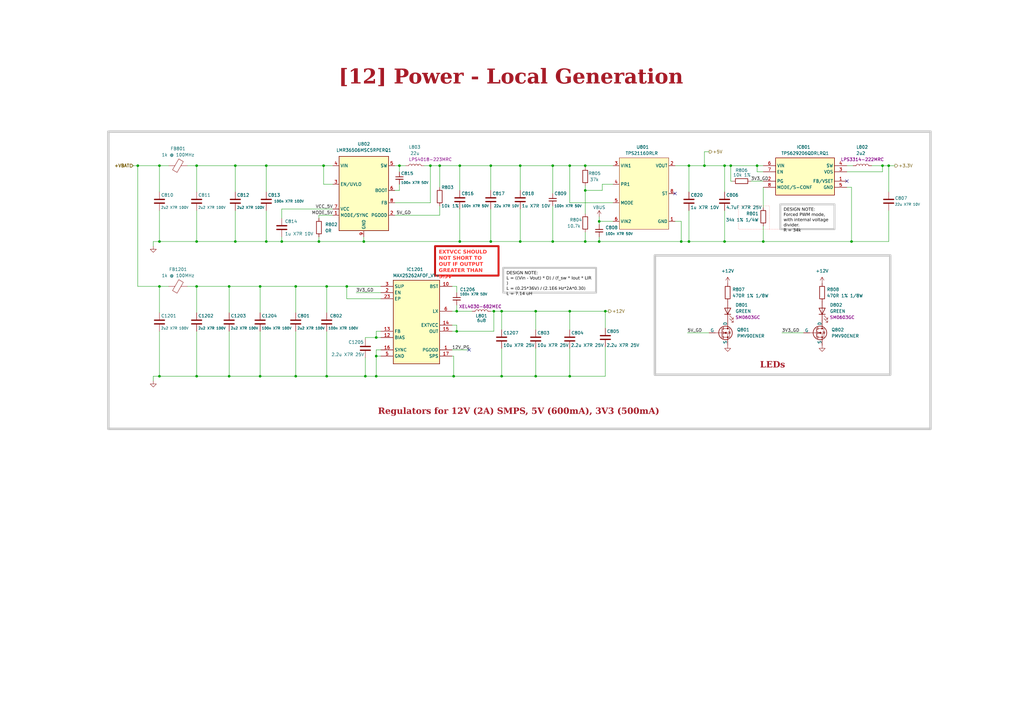
<source format=kicad_sch>
(kicad_sch (version 20231120) (generator "eeschema") (generator_version "8.0")
  (paper "A3")
  (lib_symbols
    (symbol "0_switching_regulator:LMR36506MSC5RPERQ1"
      (property "Reference" "U?" (at -10.16 35.56 0))
      (property "Value" "LMR36506MSC5RPERQ1" (at -10.16 33.02 0))
      (symbol "LMR36506MSC5RPERQ1_1_1"
        (pin input line (at -12.7 6.35 0) (length 2.54) (name "MODE/SYNC") (number "1"))
        (pin open_collector line (at 12.7 6.35 180) (length 2.54) (name "PGOOD") (number "2"))
        (pin input line (at -12.7 19.05 0) (length 2.54) (name "EN/UVLO") (number "3"))
        (pin power_in line (at -12.7 26.67 0) (length 2.54) (name "VIN") (number "4"))
        (pin power_out line (at 12.7 26.67 180) (length 2.54) (name "SW") (number "5"))
        (pin passive line (at 12.7 16.51 180) (length 2.54) (name "BOOT") (number "6"))
        (pin passive line (at -12.7 8.89 0) (length 2.54) (name "VCC") (number "7"))
        (pin input line (at 12.7 11.43 180) (length 2.54) (name "FB") (number "8"))
        (pin power_in line (at 0 -2.54 90) (length 2.54) (name "GND") (number "9"))
      )
    )
    (symbol "Device:C" (pin_numbers hide) (pin_names (offset 0.254))
      (property "Reference" "C" (at 0.635 2.54 0))
      (property "Value" "C" (at 0.635 -2.54 0))
      (symbol "C_1_1"
        (pin passive line (at 0 3.81 270) (length 2.794) (name "~") (number "1"))
        (pin passive line (at 0 -3.81 90) (length 2.794) (name "~") (number "2"))
      )
    )
    (symbol "Device:C_Small" (pin_numbers hide) (pin_names (offset 0.254) hide)
      (property "Reference" "C" (at 0.254 1.778 0))
      (property "Value" "C_Small" (at 0.254 -2.032 0))
      (symbol "C_Small_1_1"
        (pin passive line (at 0 2.54 270) (length 2.032) (name "~") (number "1"))
        (pin passive line (at 0 -2.54 90) (length 2.032) (name "~") (number "2"))
      )
    )
    (symbol "Device:FerriteBead" (pin_numbers hide) (pin_names (offset 0))
      (property "Reference" "FB" (at -3.81 0.635 90))
      (property "Value" "FerriteBead" (at 3.81 0 90))
      (symbol "FerriteBead_1_1"
        (pin passive line (at 0 3.81 270) (length 2.54) (name "~") (number "1"))
        (pin passive line (at 0 -3.81 90) (length 2.54) (name "~") (number "2"))
      )
    )
    (symbol "Device:L" (pin_numbers hide) (pin_names (offset 1.016) hide)
      (property "Reference" "L" (at -1.27 0 90))
      (property "Value" "L" (at 1.905 0 90))
      (symbol "L_1_1"
        (pin passive line (at 0 3.81 270) (length 1.27) (name "1") (number "1"))
        (pin passive line (at 0 -3.81 90) (length 1.27) (name "2") (number "2"))
      )
    )
    (symbol "Device:LED" (pin_numbers hide) (pin_names (offset 1.016) hide)
      (property "Reference" "D" (at 0 2.54 0))
      (property "Value" "LED" (at 0 -2.54 0))
      (symbol "LED_1_1"
        (pin passive line (at -3.81 0 0) (length 2.54) (name "K") (number "1"))
        (pin passive line (at 3.81 0 180) (length 2.54) (name "A") (number "2"))
      )
    )
    (symbol "Device:R" (pin_numbers hide) (pin_names (offset 0))
      (property "Reference" "R" (at 2.032 0 90))
      (property "Value" "R" (at 0 0 90))
      (symbol "R_1_1"
        (pin passive line (at 0 3.81 270) (length 1.27) (name "~") (number "1"))
        (pin passive line (at 0 -3.81 90) (length 1.27) (name "~") (number "2"))
      )
    )
    (symbol "MAX25262AFOF_VY+:MAX25262AFOF_VY+"
      (property "Reference" "IC1201" (at 22.86 -38.1 0))
      (property "Value" "MAX25262AFOF_VY+" (at 30.48 -75.565 0))
      (symbol "MAX25262AFOF_VY+_1_1"
        (pin passive line (at 45.085 -67.945 180) (length 5.08) (name "PGOOD") (number "1"))
        (pin passive line (at 45.085 -41.91 180) (length 5.08) (name "BST") (number "10"))
        (pin passive line (at 15.875 -70.485 0) (length 5.08) hide (name "GND") (number "11"))
        (pin passive line (at 15.875 -62.865 0) (length 5.08) (name "BIAS") (number "12"))
        (pin passive line (at 15.875 -60.325 0) (length 5.08) (name "FB") (number "13"))
        (pin passive line (at 45.085 -57.785 180) (length 5.08) (name "EXTVCC") (number "14"))
        (pin passive line (at 45.085 -60.325 180) (length 5.08) (name "OUT") (number "15"))
        (pin passive line (at 15.875 -67.945 0) (length 5.08) (name "SYNC") (number "16"))
        (pin passive line (at 45.085 -70.485 180) (length 5.08) (name "SPS") (number "17"))
        (pin passive line (at 45.085 -70.485 180) (length 5.08) hide (name "SPS_2") (number "18"))
        (pin passive line (at 15.875 -70.485 0) (length 5.08) hide (name "PGND_3") (number "19"))
        (pin passive line (at 15.875 -44.45 0) (length 5.08) (name "EN") (number "2"))
        (pin passive line (at 45.085 -52.07 180) (length 5.08) hide (name "LX_2") (number "20"))
        (pin passive line (at 15.875 -70.485 0) (length 5.08) hide (name "PGND_4") (number "21"))
        (pin passive line (at 15.875 -62.865 0) (length 5.08) hide (name "BIAS_2") (number "22"))
        (pin passive line (at 15.875 -46.99 0) (length 5.08) (name "EP") (number "23"))
        (pin passive line (at 15.875 -41.91 0) (length 5.08) (name "SUP") (number "3"))
        (pin no_connect line (at 28.575 -34.29 270) (length 5.08) hide (name "N/C") (number "4"))
        (pin passive line (at 15.875 -70.485 0) (length 5.08) (name "GND") (number "5"))
        (pin passive line (at 45.085 -52.07 180) (length 5.08) (name "LX") (number "6"))
        (pin passive line (at 15.875 -70.485 0) (length 5.08) hide (name "PGND_2") (number "7"))
        (pin no_connect line (at 28.575 -34.29 270) (length 5.08) hide (name "NC") (number "8"))
        (pin passive line (at 15.875 -41.91 0) (length 5.08) hide (name "SUP_2") (number "9"))
      )
    )
    (symbol "NMOS_1" (pin_numbers hide) (pin_names (offset 0))
      (property "Reference" "Q1501" (at 6.35 1.27 0))
      (property "Value" "PMV90ENER" (at 6.35 -1.27 0))
      (symbol "NMOS_1_1_1"
        (pin input line (at -5.08 0 0) (length 2.54) (name "G") (number "1"))
        (pin passive line (at 2.54 -5.08 90) (length 2.54) (name "S") (number "2"))
        (pin passive line (at 2.54 5.08 270) (length 2.54) (name "D") (number "3"))
      )
    )
    (symbol "TPS2116DRLR_1"
      (property "Reference" "U" (at 0 -2.54 0))
      (property "Value" "TPS2116DRLR_1" (at 0 0 0))
      (symbol "TPS2116DRLR_1_1_1"
        (pin power_in line (at 13.335 -11.43 180) (length 2.54) (name "GND") (number "1"))
        (pin passive line (at 13.335 11.43 180) (length 2.54) (name "VOUT") (number "2"))
        (pin power_in line (at -12.065 11.43 0) (length 2.54) (name "VIN1") (number "3"))
        (pin input line (at -12.065 3.81 0) (length 2.54) (name "PR1") (number "4"))
        (pin input line (at -12.065 -3.81 0) (length 2.54) (name "MODE") (number "5"))
        (pin power_in line (at -12.065 -11.43 0) (length 2.54) (name "VIN2") (number "6"))
        (pin passive line (at 13.335 11.43 180) (length 2.54) hide (name "VOUT") (number "7"))
        (pin open_collector line (at 13.335 0 180) (length 2.54) (name "ST") (number "8"))
      )
    )
    (symbol "TPS629206QDRLRQ1:TPS629206QDRLRQ1"
      (property "Reference" "IC2" (at 20.32 7.62 0))
      (property "Value" "TPS629206QDRLRQ1" (at 20.32 5.08 0))
      (symbol "TPS629206QDRLRQ1_1_1"
        (pin passive line (at 47.625 -30.48 180) (length 5.08) (name "FB/VSET") (number "1"))
        (pin passive line (at 13.335 -30.48 0) (length 5.08) (name "PG") (number "2"))
        (pin passive line (at 47.625 -26.67 180) (length 5.08) (name "VOS") (number "3"))
        (pin passive line (at 47.625 -24.13 180) (length 5.08) (name "SW") (number "4"))
        (pin passive line (at 47.625 -33.02 180) (length 5.08) (name "GND") (number "5"))
        (pin passive line (at 13.335 -24.13 0) (length 5.08) (name "VIN") (number "6"))
        (pin passive line (at 13.335 -26.67 0) (length 5.08) (name "EN") (number "7"))
        (pin passive line (at 13.335 -33.02 0) (length 5.08) (name "MODE/S-CONF") (number "8"))
      )
    )
    (symbol "power:+12V" (power) (pin_names (offset 0))
      (property "Value" "+12V" (at 0 3.556 0))
      (symbol "+12V_1_1"
        (pin power_in line (at 0 0 90) (length 0) hide (name "+12V") (number "1"))
      )
    )
    (symbol "power:GND" (power) (pin_names (offset 0))
      (property "Value" "GND" (at 0 -3.81 0))
      (symbol "GND_1_1"
        (pin power_in line (at 0 0 270) (length 0) hide (name "GND") (number "1"))
      )
    )
    (symbol "power:VBUS" (power) (pin_names (offset 0))
      (property "Value" "VBUS" (at 0 3.81 0))
      (symbol "VBUS_1_1"
        (pin power_in line (at 0 0 90) (length 0) hide (name "VBUS") (number "1"))
      )
    )
  )
  (junction (at 149.225 99.06))
  (junction (at 154.305 138.43))
  (junction (at 361.95 67.945))
  (junction (at 80.645 154.305))
  (junction (at 248.285 127.635))
  (junction (at 205.74 127.635))
  (junction (at 349.25 99.06))
  (junction (at 240.03 78.105))
  (junction (at 201.295 99.06))
  (junction (at 288.925 67.945))
  (junction (at 188.595 99.06))
  (junction (at 240.03 67.945))
  (junction (at 233.68 127.635))
  (junction (at 133.985 154.305))
  (junction (at 202.565 127.635))
  (junction (at 132.715 67.945))
  (junction (at 245.745 90.805))
  (junction (at 213.36 67.945))
  (junction (at 65.405 154.305))
  (junction (at 240.03 99.06))
  (junction (at 187.325 135.89))
  (junction (at 186.055 154.305))
  (junction (at 213.36 99.06))
  (junction (at 233.68 154.305))
  (junction (at 96.52 67.945))
  (junction (at 130.81 99.06))
  (junction (at 56.515 67.945))
  (junction (at 115.57 99.06))
  (junction (at 226.695 99.06))
  (junction (at 282.575 99.06))
  (junction (at 80.645 67.945))
  (junction (at 121.285 154.305))
  (junction (at 163.83 67.945))
  (junction (at 233.68 67.945))
  (junction (at 187.325 127.635))
  (junction (at 176.53 67.945))
  (junction (at 106.68 154.305))
  (junction (at 80.645 117.475))
  (junction (at 149.86 154.305))
  (junction (at 297.18 99.06))
  (junction (at 364.49 67.945))
  (junction (at 188.595 67.945))
  (junction (at 219.71 127.635))
  (junction (at 106.68 117.475))
  (junction (at 80.645 99.06))
  (junction (at 226.695 67.945))
  (junction (at 65.405 67.945))
  (junction (at 313.055 99.06))
  (junction (at 205.74 154.305))
  (junction (at 154.305 146.05))
  (junction (at 121.285 117.475))
  (junction (at 93.98 154.305))
  (junction (at 154.305 154.305))
  (junction (at 299.72 67.945))
  (junction (at 93.98 117.475))
  (junction (at 245.745 99.06))
  (junction (at 96.52 99.06))
  (junction (at 65.405 99.06))
  (junction (at 109.22 99.06))
  (junction (at 201.295 67.945))
  (junction (at 180.34 67.945))
  (junction (at 297.18 67.945))
  (junction (at 142.24 117.475))
  (junction (at 219.71 154.305))
  (junction (at 282.575 67.945))
  (junction (at 133.985 117.475))
  (junction (at 310.515 67.945))
  (junction (at 279.4 99.06))
  (junction (at 109.22 67.945))
  (junction (at 65.405 117.475))
  (no_connect (at 192.405 143.51))
  (no_connect (at 347.345 74.295))
  (no_connect (at 276.86 79.375))
  (wire (pts (xy 121.285 117.475) (xy 133.985 117.475)))
  (wire (pts (xy 240.03 67.945) (xy 240.03 68.58)))
  (wire (pts (xy 65.405 117.475) (xy 69.215 117.475)))
  (wire (pts (xy 245.745 88.9) (xy 245.745 90.805)))
  (wire (pts (xy 185.42 133.35) (xy 187.325 133.35)))
  (wire (pts (xy 80.645 78.74) (xy 80.645 67.945)))
  (wire (pts (xy 247.015 78.105) (xy 247.015 75.565)))
  (wire (pts (xy 240.03 99.06) (xy 245.745 99.06)))
  (wire (pts (xy 130.81 99.06) (xy 149.225 99.06)))
  (wire (pts (xy 205.74 154.305) (xy 219.71 154.305)))
  (wire (pts (xy 282.575 78.74) (xy 282.575 67.945)))
  (wire (pts (xy 219.71 127.635) (xy 219.71 135.255)))
  (wire (pts (xy 65.405 135.89) (xy 65.405 154.305)))
  (wire (pts (xy 109.22 67.945) (xy 132.715 67.945)))
  (wire (pts (xy 226.695 84.455) (xy 226.695 99.06)))
  (wire (pts (xy 132.715 67.945) (xy 136.525 67.945)))
  (wire (pts (xy 154.305 146.05) (xy 154.305 154.305)))
  (wire (pts (xy 213.36 99.06) (xy 226.695 99.06)))
  (wire (pts (xy 205.74 127.635) (xy 219.71 127.635)))
  (wire (pts (xy 251.46 90.805) (xy 245.745 90.805)))
  (wire (pts (xy 188.595 85.725) (xy 188.595 99.06)))
  (wire (pts (xy 106.68 154.305) (xy 121.285 154.305)))
  (wire (pts (xy 282.575 99.06) (xy 297.18 99.06)))
  (wire (pts (xy 205.74 142.875) (xy 205.74 154.305)))
  (wire (pts (xy 133.985 117.475) (xy 142.24 117.475)))
  (wire (pts (xy 54.61 67.945) (xy 56.515 67.945)))
  (wire (pts (xy 180.34 67.945) (xy 188.595 67.945)))
  (wire (pts (xy 201.295 127.635) (xy 202.565 127.635)))
  (wire (pts (xy 146.05 120.015) (xy 156.21 120.015)))
  (wire (pts (xy 187.325 125.095) (xy 187.325 127.635)))
  (wire (pts (xy 279.4 90.805) (xy 279.4 99.06)))
  (wire (pts (xy 188.595 67.945) (xy 201.295 67.945)))
  (wire (pts (xy 93.98 135.89) (xy 93.98 154.305)))
  (wire (pts (xy 188.595 99.06) (xy 201.295 99.06)))
  (wire (pts (xy 288.925 62.23) (xy 288.925 67.945)))
  (wire (pts (xy 106.68 135.89) (xy 106.68 154.305)))
  (polyline (pts (xy 315.595 93.98) (xy 320.04 93.98)) (stroke (width 0) (type dot) (color 255 0 0 1)))
  (wire (pts (xy 249.555 127.635) (xy 248.285 127.635)))
  (wire (pts (xy 187.325 135.89) (xy 202.565 135.89)))
  (wire (pts (xy 96.52 67.945) (xy 96.52 78.74)))
  (wire (pts (xy 161.925 88.265) (xy 180.34 88.265)))
  (wire (pts (xy 80.645 67.945) (xy 76.835 67.945)))
  (wire (pts (xy 299.72 67.945) (xy 310.515 67.945)))
  (wire (pts (xy 121.285 135.89) (xy 121.285 154.305)))
  (wire (pts (xy 201.295 85.725) (xy 201.295 99.06)))
  (wire (pts (xy 62.865 99.06) (xy 62.865 100.965)))
  (wire (pts (xy 299.72 67.945) (xy 299.72 74.295)))
  (wire (pts (xy 65.405 154.305) (xy 80.645 154.305)))
  (wire (pts (xy 109.22 67.945) (xy 109.22 78.74)))
  (wire (pts (xy 361.95 70.485) (xy 361.95 67.945)))
  (wire (pts (xy 226.695 67.945) (xy 233.68 67.945)))
  (wire (pts (xy 149.86 146.685) (xy 149.86 154.305)))
  (wire (pts (xy 185.42 146.05) (xy 186.055 146.05)))
  (wire (pts (xy 154.305 143.51) (xy 154.305 146.05)))
  (wire (pts (xy 80.645 67.945) (xy 96.52 67.945)))
  (wire (pts (xy 80.645 154.305) (xy 93.98 154.305)))
  (wire (pts (xy 130.81 97.155) (xy 130.81 99.06)))
  (wire (pts (xy 364.49 67.945) (xy 364.49 78.74)))
  (wire (pts (xy 62.865 154.305) (xy 65.405 154.305)))
  (wire (pts (xy 65.405 67.945) (xy 69.215 67.945)))
  (wire (pts (xy 62.865 154.305) (xy 62.865 156.21)))
  (wire (pts (xy 96.52 99.06) (xy 109.22 99.06)))
  (wire (pts (xy 297.18 99.06) (xy 313.055 99.06)))
  (wire (pts (xy 93.98 128.27) (xy 93.98 117.475)))
  (wire (pts (xy 149.86 139.065) (xy 149.86 138.43)))
  (wire (pts (xy 233.68 83.185) (xy 251.46 83.185)))
  (wire (pts (xy 310.515 67.945) (xy 313.055 67.945)))
  (wire (pts (xy 80.645 117.475) (xy 76.835 117.475)))
  (wire (pts (xy 154.305 135.89) (xy 154.305 138.43)))
  (wire (pts (xy 96.52 99.06) (xy 80.645 99.06)))
  (wire (pts (xy 279.4 99.06) (xy 282.575 99.06)))
  (wire (pts (xy 186.055 154.305) (xy 205.74 154.305)))
  (wire (pts (xy 185.42 143.51) (xy 192.405 143.51)))
  (wire (pts (xy 56.515 67.945) (xy 65.405 67.945)))
  (wire (pts (xy 115.57 99.06) (xy 130.81 99.06)))
  (wire (pts (xy 201.295 78.105) (xy 201.295 67.945)))
  (wire (pts (xy 205.74 127.635) (xy 205.74 135.255)))
  (wire (pts (xy 219.71 154.305) (xy 233.68 154.305)))
  (wire (pts (xy 115.57 85.725) (xy 136.525 85.725)))
  (wire (pts (xy 115.57 89.535) (xy 115.57 85.725)))
  (wire (pts (xy 364.49 86.36) (xy 364.49 99.06)))
  (wire (pts (xy 201.295 67.945) (xy 213.36 67.945)))
  (wire (pts (xy 313.055 70.485) (xy 310.515 70.485)))
  (wire (pts (xy 106.68 128.27) (xy 106.68 117.475)))
  (wire (pts (xy 149.86 154.305) (xy 154.305 154.305)))
  (wire (pts (xy 56.515 117.475) (xy 65.405 117.475)))
  (wire (pts (xy 187.325 117.475) (xy 187.325 120.015)))
  (wire (pts (xy 186.055 146.05) (xy 186.055 154.305)))
  (wire (pts (xy 233.68 127.635) (xy 233.68 135.255)))
  (wire (pts (xy 80.645 117.475) (xy 93.98 117.475)))
  (wire (pts (xy 240.03 67.945) (xy 251.46 67.945)))
  (wire (pts (xy 65.405 78.74) (xy 65.405 67.945)))
  (wire (pts (xy 156.21 138.43) (xy 154.305 138.43)))
  (wire (pts (xy 233.68 142.875) (xy 233.68 154.305)))
  (wire (pts (xy 349.25 99.06) (xy 364.49 99.06)))
  (wire (pts (xy 149.225 99.06) (xy 188.595 99.06)))
  (wire (pts (xy 248.285 142.24) (xy 248.285 154.305)))
  (wire (pts (xy 161.925 67.945) (xy 163.83 67.945)))
  (wire (pts (xy 347.345 67.945) (xy 349.885 67.945)))
  (wire (pts (xy 281.94 136.525) (xy 290.83 136.525)))
  (wire (pts (xy 247.015 75.565) (xy 251.46 75.565)))
  (wire (pts (xy 245.745 90.805) (xy 245.745 92.075)))
  (wire (pts (xy 276.86 90.805) (xy 279.4 90.805)))
  (wire (pts (xy 361.95 67.945) (xy 364.49 67.945)))
  (wire (pts (xy 109.22 86.36) (xy 109.22 99.06)))
  (wire (pts (xy 233.68 154.305) (xy 248.285 154.305)))
  (wire (pts (xy 56.515 67.945) (xy 56.515 117.475)))
  (wire (pts (xy 186.055 154.305) (xy 154.305 154.305)))
  (wire (pts (xy 121.285 154.305) (xy 133.985 154.305)))
  (wire (pts (xy 62.865 99.06) (xy 65.405 99.06)))
  (wire (pts (xy 282.575 86.36) (xy 282.575 99.06)))
  (wire (pts (xy 163.83 67.945) (xy 166.37 67.945)))
  (wire (pts (xy 233.68 83.185) (xy 233.68 67.945)))
  (wire (pts (xy 233.68 67.945) (xy 240.03 67.945)))
  (wire (pts (xy 176.53 67.945) (xy 180.34 67.945)))
  (wire (pts (xy 176.53 67.945) (xy 173.99 67.945)))
  (wire (pts (xy 320.675 136.525) (xy 329.565 136.525)))
  (wire (pts (xy 201.295 99.06) (xy 213.36 99.06)))
  (wire (pts (xy 65.405 86.36) (xy 65.405 99.06)))
  (wire (pts (xy 245.745 97.155) (xy 245.745 99.06)))
  (wire (pts (xy 136.525 88.265) (xy 130.81 88.265)))
  (wire (pts (xy 347.345 70.485) (xy 361.95 70.485)))
  (wire (pts (xy 163.83 75.565) (xy 163.83 78.105)))
  (wire (pts (xy 80.645 135.89) (xy 80.645 154.305)))
  (wire (pts (xy 132.715 75.565) (xy 132.715 67.945)))
  (wire (pts (xy 133.985 154.305) (xy 149.86 154.305)))
  (wire (pts (xy 93.98 154.305) (xy 106.68 154.305)))
  (wire (pts (xy 142.24 117.475) (xy 156.21 117.475)))
  (wire (pts (xy 142.24 122.555) (xy 142.24 117.475)))
  (wire (pts (xy 130.81 88.265) (xy 130.81 89.535)))
  (wire (pts (xy 240.03 95.25) (xy 240.03 99.06)))
  (wire (pts (xy 213.36 67.945) (xy 213.36 78.105)))
  (wire (pts (xy 121.285 117.475) (xy 121.285 128.27)))
  (wire (pts (xy 136.525 75.565) (xy 132.715 75.565)))
  (wire (pts (xy 248.285 127.635) (xy 248.285 134.62)))
  (wire (pts (xy 213.36 85.725) (xy 213.36 99.06)))
  (wire (pts (xy 297.18 86.36) (xy 297.18 99.06)))
  (wire (pts (xy 180.34 76.835) (xy 180.34 67.945)))
  (wire (pts (xy 240.03 76.2) (xy 240.03 78.105)))
  (wire (pts (xy 240.03 78.105) (xy 247.015 78.105)))
  (wire (pts (xy 245.745 99.06) (xy 279.4 99.06)))
  (wire (pts (xy 297.18 67.945) (xy 297.18 78.74)))
  (wire (pts (xy 219.71 127.635) (xy 233.68 127.635)))
  (wire (pts (xy 297.18 67.945) (xy 299.72 67.945)))
  (wire (pts (xy 219.71 142.875) (xy 219.71 154.305)))
  (wire (pts (xy 115.57 97.155) (xy 115.57 99.06)))
  (wire (pts (xy 133.985 117.475) (xy 133.985 128.27)))
  (wire (pts (xy 80.645 128.27) (xy 80.645 117.475)))
  (wire (pts (xy 156.21 143.51) (xy 154.305 143.51)))
  (wire (pts (xy 213.36 67.945) (xy 226.695 67.945)))
  (wire (pts (xy 364.49 67.945) (xy 367.03 67.945)))
  (wire (pts (xy 142.24 122.555) (xy 156.21 122.555)))
  (wire (pts (xy 80.645 86.36) (xy 80.645 99.06)))
  (wire (pts (xy 307.975 74.295) (xy 313.055 74.295)))
  (wire (pts (xy 299.72 74.295) (xy 300.355 74.295)))
  (wire (pts (xy 65.405 99.06) (xy 80.645 99.06)))
  (wire (pts (xy 288.925 67.945) (xy 297.18 67.945)))
  (wire (pts (xy 65.405 128.27) (xy 65.405 117.475)))
  (wire (pts (xy 96.52 67.945) (xy 109.22 67.945)))
  (wire (pts (xy 109.22 99.06) (xy 115.57 99.06)))
  (wire (pts (xy 185.42 117.475) (xy 187.325 117.475)))
  (wire (pts (xy 313.055 99.06) (xy 349.25 99.06)))
  (wire (pts (xy 161.925 78.105) (xy 163.83 78.105)))
  (wire (pts (xy 93.98 117.475) (xy 106.68 117.475)))
  (wire (pts (xy 187.325 133.35) (xy 187.325 135.89)))
  (wire (pts (xy 226.695 67.945) (xy 226.695 79.375)))
  (wire (pts (xy 202.565 127.635) (xy 205.74 127.635)))
  (wire (pts (xy 161.925 83.185) (xy 176.53 83.185)))
  (wire (pts (xy 313.055 92.71) (xy 313.055 99.06)))
  (wire (pts (xy 96.52 86.36) (xy 96.52 99.06)))
  (wire (pts (xy 226.695 99.06) (xy 240.03 99.06)))
  (wire (pts (xy 357.505 67.945) (xy 361.95 67.945)))
  (wire (pts (xy 282.575 67.945) (xy 288.925 67.945)))
  (wire (pts (xy 180.34 88.265) (xy 180.34 84.455)))
  (wire (pts (xy 233.68 127.635) (xy 248.285 127.635)))
  (wire (pts (xy 106.68 117.475) (xy 121.285 117.475)))
  (wire (pts (xy 154.305 146.05) (xy 156.21 146.05)))
  (wire (pts (xy 276.86 67.945) (xy 282.575 67.945)))
  (wire (pts (xy 133.985 135.89) (xy 133.985 154.305)))
  (wire (pts (xy 290.83 62.23) (xy 288.925 62.23)))
  (wire (pts (xy 156.21 135.89) (xy 154.305 135.89)))
  (wire (pts (xy 185.42 135.89) (xy 187.325 135.89)))
  (wire (pts (xy 187.325 127.635) (xy 193.675 127.635)))
  (wire (pts (xy 154.305 138.43) (xy 149.86 138.43)))
  (wire (pts (xy 202.565 127.635) (xy 202.565 135.89)))
  (wire (pts (xy 176.53 83.185) (xy 176.53 67.945)))
  (wire (pts (xy 187.325 127.635) (xy 185.42 127.635)))
  (wire (pts (xy 163.83 67.945) (xy 163.83 70.485)))
  (wire (pts (xy 149.225 97.155) (xy 149.225 99.06)))
  (wire (pts (xy 313.055 76.835) (xy 313.055 85.09)))
  (wire (pts (xy 310.515 67.945) (xy 310.515 70.485)))
  (wire (pts (xy 347.345 76.835) (xy 349.25 76.835)))
  (wire (pts (xy 188.595 78.105) (xy 188.595 67.945)))
  (wire (pts (xy 349.25 76.835) (xy 349.25 99.06)))
  (wire (pts (xy 240.03 78.105) (xy 240.03 87.63)))
  (rectangle (start 302.895 84.455) (end 315.595 93.98) (stroke (width 0) (type dot) (color 255 0 0 1)))
  (rectangle (start 268.605 104.775) (end 365.125 153.67) (stroke (width 1) (color 200 200 200 1)))
  (rectangle (start 44.45 53.975) (end 381.635 175.895) (stroke (width 1) (color 200 200 200 1)))
  (text_box "LEDs" (at 269.875 143.51 0) (size 93.98 9.525) (stroke (width -0.0001)) (effects (font (size 2.54 2.54) (thickness 0.508) (bold yes)) (justify bottom)))
  (text_box "Regulators for 12V (2A) SMPS, 5V (600mA), 3V3 (500mA)" (at 44.45 162.56 0) (size 336.55 9.525) (stroke (width -0.0001)) (effects (font (size 2.54 2.54) (thickness 0.508) (bold yes)) (justify bottom)))
  (text_box "EXTVCC SHOULD NOT SHORT TO OUT IF OUTPUT GREATER THAN 5.5V" (at 178.435 100.965 0) (size 26.035 12.065) (stroke (width 0.8) (color 200 17 14 1)) (effects (font (size 1.5 1.5) (thickness 0.3) (bold yes)) (justify left top)))
  (text_box "DESIGN NOTE:\nL = ((Vin - Vout) * D) / (f_sw * Iout * LIR )\nL = (0.25*36V) / (2.1E6 Hz*2A*0.30)\nL = 7.14 uH" (at 206.375 109.855 0) (size 38.1 10.16) (stroke (width 0.8) (color 200 200 200 1)) (effects (font (size 1.27 1.27)) (justify left top)))
  (text_box "DESIGN NOTE:\nForced PWM mode, with internal voltage divider. \nR = 34k" (at 320.04 83.82 0) (size 22.225 10.16) (stroke (width 0.8) (color 200 200 200 1)) (effects (font (size 1.27 1.27)) (justify left top)))
  (text_box "[12] Power - Local Generation\n" (at 12.065 25.4 0) (size 394.97 12.7) (stroke (width -0.0001)) (effects (font (size 6 6) (thickness 1.2) (bold yes))))
  (label "12V_PG" (at 185.42 143.51 0))
  (label "5V_GD" (at 162.56 88.265 0))
  (label "5V_GD" (at 281.94 136.525 0))
  (label "3V3_GD" (at 307.975 74.295 0))
  (label "MODE_5V" (at 136.525 88.265 180))
  (label "VCC_5V" (at 136.525 85.725 180))
  (label "3V3_GD" (at 146.05 120.015 0))
  (label "3V3_GD" (at 320.675 136.525 0))
  (hierarchical_label "+3.3V" (shape output) (at 367.03 67.945 0))
  (hierarchical_label "+12V" (shape output) (at 249.555 127.635 0))
  (hierarchical_label "+5V" (shape output) (at 290.83 62.23 0))
  (hierarchical_label "+VBAT" (shape input) (at 54.61 67.945 180) (effects (font (bold yes))))
  (symbol (lib_id "Device:C") (at 65.405 82.55 0) (unit 1)
    (property "Reference" "C810" (at 66.04 80.01 0) (effects (justify left)))
    (property "Value" "2u2 X7R 100V" (at 66.04 85.09 0) (effects (font (size 1.016 1.016)) (justify left)))
    (property "Footprint" "0_capacitor_smd:C_0805_2012_DensityHigh" (effects (hide yes)))
    (property "Datasheet" "https://product.tdk.com/system/files/dam/doc/product/capacitor/ceramic/mlcc/catalog/mlcc_automotive_midvoltage_en.pdf" (effects (hide yes)))
    (property "Description" "Multilayer Ceramic Capacitors MLCC - SMD/SMT 0805 100VDC 2.2uF 10% 1.25mm AEC-Q200" (effects (hide yes)))
    (property "Manufacturer" "TDK Corporation" (effects (hide yes)))
    (property "Manufacturer Part Number" "CGA4J1X7R2A225K125AC" (effects (hide yes)))
    (property "Supplier 1" "Mouser" (effects (hide yes)))
    (property "Supplier Part Number 1" "810-CGA4J7R2A225K125" (effects (hide yes)))
  )
  (symbol (lib_id "MAX25262AFOF_VY+:MAX25262AFOF_VY+") (at 140.335 75.565 0) (unit 1)
    (property "Reference" "IC1201" (at 170.18 110.49 0))
    (property "Value" "MAX25262AFOF_VY+" (at 170.815 113.03 0))
    (property "Footprint" "0_switching_regulator:MAX25262AFOFVY" (effects (hide yes)))
    (property "Datasheet" "https://www.analog.com/MAX25262/datasheet" (effects (hide yes)))
    (property "Height" "0.8" (effects (hide yes)))
    (property "Mouser Part Number" "700-MAX25262AFOF/VY+" (effects (hide yes)))
    (property "Mouser Price/Stock" "https://www.mouser.co.uk/ProductDetail/Maxim-Integrated/MAX25262AFOF-VY%2b?qs=Znm5pLBrcAKuUEKeEaESFA%3D%3D" (effects (hide yes)))
    (property "Manufacturer_Name" "Analog Devices" (effects (hide yes)))
    (property "Manufacturer_Part_Number" "MAX25262AFOF/VY+" (effects (hide yes)))
  )
  (symbol (lib_id "Device:C") (at 115.57 93.345 0) (unit 1)
    (property "Reference" "C814" (at 116.84 90.805 0) (effects (justify left)))
    (property "Value" "1u X7R 10V" (at 116.84 95.885 0) (effects (justify left)))
    (property "Footprint" "0_capacitor_smd:C_0402_1005_DensityHigh" (effects (hide yes)))
    (property "Datasheet" "https://search.murata.co.jp/Ceramy/image/img/A01X/G101/ENG/GRM155Z71A105KE01-01A.pdf" (effects (hide yes)))
    (property "Description" "1 µF ±10% 10V Ceramic Capacitor X7R 0402 (1005 Metric)" (effects (hide yes)))
    (property "Manufacturer" "Murata Electronics" (effects (hide yes)))
    (property "Manufacturer Part Number" "GRM155Z71A105KE01J" (effects (hide yes)))
    (property "Supplier 1" "Digikey" (effects (hide yes)))
    (property "Supplier Part Number 1" "490-GRM155Z71A105KE01JCT-ND" (effects (hide yes)))
  )
  (symbol (lib_id "Device:L") (at 197.485 127.635 90) (unit 1)
    (property "Reference" "L801" (at 197.485 129.54 90))
    (property "Value" "6u8" (at 197.485 131.445 90))
    (property "Footprint" "0_inductor_smd:XEL4030682MEC" (effects (hide yes)))
    (property "Datasheet" "XEL4030-682MEC " (at 197.485 125.73 90))
  )
  (symbol (lib_id "Device:C") (at 188.595 81.915 0) (unit 1)
    (property "Reference" "C816" (at 189.23 79.375 0) (effects (justify left)))
    (property "Value" "100n X7R 50V" (at 189.23 84.455 0) (effects (font (size 1.016 1.016)) (justify left)))
    (property "Footprint" "0_capacitor_smd:C_0402_1005_DensityHigh" (effects (hide yes)))
    (property "Datasheet" "https://search.murata.co.jp/Ceramy/image/img/A01X/G101/ENG/GCM155R71H104KE02-01.pdf" (effects (hide yes)))
    (property "Description" "0.1 µF ±10% 50V Ceramic Capacitor X7R 0402 (1005 Metric)" (effects (hide yes)))
    (property "Manufacturer" "Murata Electronics" (effects (hide yes)))
    (property "Manufacturer Part Number" "GCM155R71H104KE02J" (effects (hide yes)))
    (property "Supplier 1" "Digikey" (effects (hide yes)))
    (property "Supplier Part Number 1" "490-14514-1-ND" (effects (hide yes)))
  )
  (symbol (lib_id "Device:C") (at 201.295 81.915 0) (unit 1)
    (property "Reference" "C817" (at 201.93 79.375 0) (effects (justify left)))
    (property "Value" "22u X7R 10V" (at 202.565 84.455 0) (effects (font (size 1.016 1.016)) (justify left)))
    (property "Footprint" "0_capacitor_smd:C_0805_2012_DensityHighest" (effects (hide yes)))
    (property "Datasheet" "https://search.murata.co.jp/Ceramy/image/img/A01X/G101/ENG/GRM21BZ71A226ME15-01.pdf" (effects (hide yes)))
    (property "Description" "22 µF ±20% 10V Ceramic Capacitor X7R 0805 (2012 Metric)" (effects (hide yes)))
    (property "Manufacturer" "Murata Electronics" (effects (hide yes)))
    (property "Manufacturer Part Number" "GRM21BZ71A226ME15L" (effects (hide yes)))
    (property "Supplier 1" "Digikey" (effects (hide yes)))
    (property "Supplier Part Number 1" "490-GRM21BZ71A226ME15LCT-ND" (effects (hide yes)))
  )
  (symbol (lib_id "Device:C_Small") (at 226.695 81.915 0) (unit 1)
    (property "Reference" "C809" (at 227.33 79.375 0) (effects (justify left)))
    (property "Value" "100n X7R 50V" (at 227.33 84.455 0) (effects (font (size 1.016 1.016)) (justify left)))
    (property "Footprint" "0_capacitor_smd:C_0402_1005_DensityHigh" (effects (hide yes)))
    (property "Datasheet" "https://search.murata.co.jp/Ceramy/image/img/A01X/G101/ENG/GCM155R71H104KE02-01.pdf" (effects (hide yes)))
    (property "Description" "0.1 µF ±10% 50V Ceramic Capacitor X7R 0402 (1005 Metric)" (effects (hide yes)))
    (property "Manufacturer" "Murata Electronics" (effects (hide yes)))
    (property "Manufacturer Part Number" "GCM155R71H104KE02J" (effects (hide yes)))
    (property "Supplier 1" "Digikey" (effects (hide yes)))
    (property "Supplier Part Number 1" "490-14514-1-ND" (effects (hide yes)))
  )
  (symbol (lib_id "0_switching_regulator:LMR36506MSC5RPERQ1") (at 149.225 94.615 0) (unit 1)
    (property "Reference" "U802" (at 149.225 59.055 0))
    (property "Value" "LMR36506MSC5RPERQ1" (at 149.225 61.595 0))
    (property "Footprint" "0_switching_regulator:LMR36503" (effects (hide yes)))
    (property "Datasheet" "https://www.ti.com/lit/ds/symlink/lmr36506-q1.pdf" (effects (hide yes)))
    (property "Description" "LMR36506-Q1 3-V to 65-V, 0.6-A Synchronous Buck Converter Optimized for Size and Light Load Efficiency" (effects (hide yes)))
    (property "Manufacturer" "Texas Instruments" (effects (hide yes)))
    (property "Manufacturer Part Number" "LMR36503MSC5RPERQ1" (effects (hide yes)))
    (property "Supplier 1" "Digikey" (effects (hide yes)))
    (property "Supplier Part Number 1" "296-LMR36506MSC5RPERQ1CT-ND" (effects (hide yes)))
  )
  (symbol (lib_id "Device:C") (at 297.18 82.55 180) (unit 1)
    (property "Reference" "C806" (at 297.815 80.01 0) (effects (justify right)))
    (property "Value" "4.7uF X7R 25V" (at 297.815 85.09 0) (effects (justify right)))
    (property "Footprint" "0_capacitor_smd:C_1210_3225_DensityHigh" (effects (hide yes)))
  )
  (symbol (lib_id "Device:C") (at 149.86 142.875 0) (unit 1)
    (property "Reference" "C1205" (at 142.875 140.335 0) (effects (justify left)))
    (property "Value" "2.2u X7R 25V" (at 135.89 145.415 0) (effects (justify left)))
    (property "Footprint" "0_capacitor_smd:C_0805_2012_DensityHigh" (effects (hide yes)))
  )
  (symbol (lib_id "Device:L") (at 170.18 67.945 90) (unit 1)
    (property "Reference" "L803" (at 167.64 60.325 90) (effects (justify right)))
    (property "Value" "22u" (at 168.275 62.865 90) (effects (justify right)))
    (property "Footprint" "0_inductor_smd:L_Coilcraft_LPS4018" (effects (hide yes)))
    (property "Datasheet" "https://www.coilcraft.com/getmedia/31b05c96-4c4c-4498-8dbb-fe092de76bad/lps4018.pdf" (effects (hide yes)))
    (property "Description" "Power Inductors - SMD 22uH Shld 20% 830mA 360 mOhms" (effects (hide yes)))
    (property "Manufacturer Part Number" "LPS4018-223MRC" (at 167.64 65.405 90) (effects (justify right)))
    (property "Supplier 1" "Mouser" (effects (hide yes)))
    (property "Supplier Part Number 1" "994-LPS4018-223MRC" (effects (hide yes)))
    (property "Manufacturer" "Coilcraft" (effects (hide yes)))
  )
  (symbol (lib_id "Device:C") (at 233.68 139.065 180) (unit 1)
    (property "Reference" "C804" (at 239.395 136.525 0) (effects (justify left)))
    (property "Value" "2.2u X7R 25V" (at 247.65 141.605 0) (effects (justify left)))
    (property "Footprint" "0_capacitor_smd:C_0805_2012_DensityHigh" (effects (hide yes)))
  )
  (symbol (lib_id "Device:R") (at 180.34 80.645 180) (unit 1)
    (property "Reference" "R803" (at 180.975 76.835 0) (effects (justify right)))
    (property "Value" "10k 1%" (at 180.975 84.455 0) (effects (justify right)))
    (property "Footprint" "0_resistor_smd:R_0402_1005_DensityHigh" (effects (hide yes)))
    (property "Datasheet" "https://www.yageo.com/upload/media/product/app/datasheet/rchip/pyu-rt_1-to-0.01_rohs_l.pdf" (effects (hide yes)))
    (property "Description" "10 kOhms ±1% 0.063W, 1/16W Chip Resistor 0402 (1005 Metric) Thin Film" (effects (hide yes)))
    (property "Manufacturer" "YAGEO" (effects (hide yes)))
    (property "Manufacturer Part Number" "RT0402FRE0710KL" (effects (hide yes)))
    (property "Supplier 1" "Digikey" (effects (hide yes)))
    (property "Supplier Part Number 1" "YAG1233CT-ND" (effects (hide yes)))
  )
  (symbol (lib_id "Device:C") (at 65.405 132.08 0) (unit 1)
    (property "Reference" "C1201" (at 66.04 129.54 0) (effects (justify left)))
    (property "Value" "2u2 X7R 100V" (at 66.04 134.62 0) (effects (font (size 1.016 1.016)) (justify left)))
    (property "Footprint" "0_capacitor_smd:C_0805_2012_DensityHigh" (effects (hide yes)))
    (property "Datasheet" "https://product.tdk.com/system/files/dam/doc/product/capacitor/ceramic/mlcc/catalog/mlcc_automotive_midvoltage_en.pdf" (effects (hide yes)))
    (property "Description" "Multilayer Ceramic Capacitors MLCC - SMD/SMT 0805 100VDC 2.2uF 10% 1.25mm AEC-Q200" (effects (hide yes)))
    (property "Manufacturer" "TDK Corporation" (effects (hide yes)))
    (property "Manufacturer Part Number" "CGA4J1X7R2A225K125AC" (effects (hide yes)))
    (property "Supplier 1" "Mouser" (effects (hide yes)))
    (property "Supplier Part Number 1" "810-CGA4J7R2A225K125" (effects (hide yes)))
  )
  (symbol (lib_id "Device:C") (at 93.98 132.08 0) (unit 1)
    (property "Reference" "C1203" (at 94.615 129.54 0) (effects (justify left)))
    (property "Value" "2u2 X7R 100V" (at 94.615 134.62 0) (effects (font (size 1.016 1.016)) (justify left)))
    (property "Footprint" "0_capacitor_smd:C_0805_2012_DensityHigh" (effects (hide yes)))
    (property "Datasheet" "https://product.tdk.com/system/files/dam/doc/product/capacitor/ceramic/mlcc/catalog/mlcc_automotive_midvoltage_en.pdf" (effects (hide yes)))
    (property "Description" "Multilayer Ceramic Capacitors MLCC - SMD/SMT 0805 100VDC 2.2uF 10% 1.25mm AEC-Q200" (effects (hide yes)))
    (property "Manufacturer" "TDK Corporation" (effects (hide yes)))
    (property "Manufacturer Part Number" "CGA4J1X7R2A225K125AC" (effects (hide yes)))
    (property "Supplier 1" "Mouser" (effects (hide yes)))
    (property "Supplier Part Number 1" "810-CGA4J7R2A225K125" (effects (hide yes)))
  )
  (symbol (lib_id "Device:R") (at 240.03 72.39 0) (unit 1)
    (property "Reference" "R805" (at 241.3 71.12 0) (effects (justify left)))
    (property "Value" "37k" (at 241.935 73.66 0) (effects (justify left)))
    (property "Footprint" "0_resistor_smd:R_0402_1005_DensityHigh" (effects (hide yes)))
    (property "Datasheet" "https://industrial.panasonic.com/ww/products/pt/general-purpose-chip-resistors/models/ERJ2GE0R00X" (effects (hide yes)))
    (property "Description" "0 Ohms Jumper Chip Resistor 0402 (1005 Metric) Automotive AEC-Q200 Thick Film" (effects (hide yes)))
    (property "Manufacturer" "Panasonic Electronic Components" (effects (hide yes)))
    (property "Manufacturer Part Number" "ERJ-2GE0R00X" (effects (hide yes)))
    (property "Supplier 1" "Digikey" (effects (hide yes)))
    (property "Supplier Part Number 1" "P0.0JCT-ND" (effects (hide yes)))
  )
  (symbol (lib_id "power:VBUS") (at 245.745 88.9 0) (unit 1)
    (property "Reference" "#PWR0804" (effects (hide yes)))
    (property "Value" "VBUS" (at 245.745 85.09 0))
  )
  (symbol (lib_id "Device:L") (at 353.695 67.945 90) (unit 1)
    (property "Reference" "L802" (at 351.155 60.325 90) (effects (justify right)))
    (property "Value" "2u2" (at 351.155 62.865 90) (effects (justify right)))
    (property "Footprint" "0_inductor_smd:L_Coilcraft_LPS3314" (effects (hide yes)))
    (property "Datasheet" "https://www.coilcraft.com/getmedia/3ba581dc-6d87-4be6-9dea-9167ac97554d/lps3314.pdf" (effects (hide yes)))
    (property "Description" "Power Inductors - SMD 2.2uH Shld 20% 1.2A 100 mOhms" (effects (hide yes)))
    (property "Manufacturer Part Number" "LPS3314-222MRC" (at 344.805 65.405 90) (effects (justify right)))
    (property "Supplier 1" "Mouser" (effects (hide yes)))
    (property "Supplier Part Number 1" "994-LPS3314-222MRC" (effects (hide yes)))
    (property "Manufacturer" "Coilcraft" (effects (hide yes)))
  )
  (symbol (lib_id "power:GND") (at 62.865 156.21 0) (mirror y) (unit 1)
    (property "Reference" "#PWR0802" (effects (hide yes)))
    (property "Value" "GND" (effects (hide yes)))
  )
  (symbol (lib_id "Device:R") (at 240.03 91.44 0) (mirror y) (unit 1)
    (property "Reference" "R804" (at 238.76 90.17 0) (effects (justify left)))
    (property "Value" "10.7k" (at 238.125 92.71 0) (effects (justify left)))
    (property "Footprint" "0_resistor_smd:R_0402_1005_DensityHigh" (effects (hide yes)))
    (property "Datasheet" "https://industrial.panasonic.com/ww/products/pt/general-purpose-chip-resistors/models/ERJ2GE0R00X" (effects (hide yes)))
    (property "Description" "0 Ohms Jumper Chip Resistor 0402 (1005 Metric) Automotive AEC-Q200 Thick Film" (effects (hide yes)))
    (property "Manufacturer" "Panasonic Electronic Components" (effects (hide yes)))
    (property "Manufacturer Part Number" "ERJ-2GE0R00X" (effects (hide yes)))
    (property "Supplier 1" "Digikey" (effects (hide yes)))
    (property "Supplier Part Number 1" "P0.0JCT-ND" (effects (hide yes)))
  )
  (symbol (lib_id "Device:C") (at 80.645 82.55 0) (unit 1)
    (property "Reference" "C811" (at 81.28 80.01 0) (effects (justify left)))
    (property "Value" "2u2 X7R 100V" (at 81.28 85.09 0) (effects (font (size 1.016 1.016)) (justify left)))
    (property "Footprint" "0_capacitor_smd:C_0805_2012_DensityHigh" (effects (hide yes)))
    (property "Datasheet" "https://product.tdk.com/system/files/dam/doc/product/capacitor/ceramic/mlcc/catalog/mlcc_automotive_midvoltage_en.pdf" (effects (hide yes)))
    (property "Description" "Multilayer Ceramic Capacitors MLCC - SMD/SMT 0805 100VDC 2.2uF 10% 1.25mm AEC-Q200" (effects (hide yes)))
    (property "Manufacturer" "TDK Corporation" (effects (hide yes)))
    (property "Manufacturer Part Number" "CGA4J1X7R2A225K125AC" (effects (hide yes)))
    (property "Supplier 1" "Mouser" (effects (hide yes)))
    (property "Supplier Part Number 1" "810-CGA4J7R2A225K125" (effects (hide yes)))
  )
  (symbol (lib_id "Device:R") (at 130.81 93.345 0) (unit 1)
    (property "Reference" "R802" (at 133.35 92.075 0) (effects (justify left)))
    (property "Value" "0R" (at 133.35 94.615 0) (effects (justify left)))
    (property "Footprint" "0_resistor_smd:R_0402_1005_DensityHigh" (effects (hide yes)))
    (property "Datasheet" "https://industrial.panasonic.com/ww/products/pt/general-purpose-chip-resistors/models/ERJ2GE0R00X" (effects (hide yes)))
    (property "Description" "0 Ohms Jumper Chip Resistor 0402 (1005 Metric) Automotive AEC-Q200 Thick Film" (effects (hide yes)))
    (property "Manufacturer" "Panasonic Electronic Components" (effects (hide yes)))
    (property "Manufacturer Part Number" "ERJ-2GE0R00X" (effects (hide yes)))
    (property "Supplier 1" "Digikey" (effects (hide yes)))
    (property "Supplier Part Number 1" "P0.0JCT-ND" (effects (hide yes)))
  )
  (symbol (lib_id "Device:C") (at 213.36 81.915 0) (unit 1)
    (property "Reference" "C818" (at 213.995 79.375 0) (effects (justify left)))
    (property "Value" "1u X7R 10V" (at 213.995 84.455 0) (effects (justify left)))
    (property "Footprint" "0_capacitor_smd:C_0402_1005_DensityHigh" (effects (hide yes)))
    (property "Datasheet" "https://search.murata.co.jp/Ceramy/image/img/A01X/G101/ENG/GRM155Z71A105KE01-01A.pdf" (effects (hide yes)))
    (property "Description" "1 µF ±10% 10V Ceramic Capacitor X7R 0402 (1005 Metric)" (effects (hide yes)))
    (property "Manufacturer" "Murata Electronics" (effects (hide yes)))
    (property "Manufacturer Part Number" "GRM155Z71A105KE01J" (effects (hide yes)))
    (property "Supplier 1" "Digikey" (effects (hide yes)))
    (property "Supplier Part Number 1" "490-GRM155Z71A105KE01JCT-ND" (effects (hide yes)))
  )
  (symbol (lib_id "Device:LED") (at 298.45 127.635 90) (unit 1)
    (property "Reference" "D801" (at 301.625 125.095 90) (effects (justify right)))
    (property "Value" "GREEN" (at 301.625 127.635 90) (effects (justify right)))
    (property "Footprint" "LED_SMD:LED_0603_1608Metric" (effects (hide yes)))
    (property "Datasheet" "https://www.bivar.com/parts_content/Datasheets/SM0603GC.pdf" (effects (hide yes)))
    (property "Manufacturer ref" "SM0603GC" (at 306.705 130.175 90))
    (property "Digikey ref" "492-1324-1-ND" (effects (hide yes)))
    (instances (project "smps_legged_robot" (path "" (reference "D801") (unit 1))) (project "orion_pcb" (path "" (reference "D203") (unit 1))))
  )
  (symbol (lib_name "NMOS_1") (lib_id "Simulation_SPICE:NMOS") (at 295.91 136.525 0) (unit 1)
    (property "Reference" "Q801" (at 302.26 135.255 0) (effects (justify left)))
    (property "Value" "PMV90ENER" (at 302.26 137.795 0) (effects (justify left)))
    (property "Footprint" "0_package_SOT_TO_SMD:SOT-23-3" (effects (hide yes)))
    (property "Datasheet" "https://ngspice.sourceforge.io/docs/ngspice-manual.pdf" (effects (hide yes)))
    (property "Sim.Device" "NMOS" (effects (hide yes)))
    (property "Sim.Type" "VDMOS" (effects (hide yes)))
    (property "Sim.Pins" "1=D 2=G 3=S" (effects (hide yes)))
  )
  (symbol (lib_id "Device:C_Small") (at 187.325 122.555 0) (unit 1)
    (property "Reference" "C1206" (at 188.595 118.745 0) (effects (justify left)))
    (property "Value" "100n X7R 50V" (at 188.595 120.65 0) (effects (font (size 1.016 1.016)) (justify left)))
    (property "Footprint" "0_capacitor_smd:C_0402_1005_DensityHigh" (effects (hide yes)))
    (property "Datasheet" "https://search.murata.co.jp/Ceramy/image/img/A01X/G101/ENG/GCM155R71H104KE02-01.pdf" (effects (hide yes)))
    (property "Description" "0.1 µF ±10% 50V Ceramic Capacitor X7R 0402 (1005 Metric)" (effects (hide yes)))
    (property "Manufacturer" "Murata Electronics" (effects (hide yes)))
    (property "Manufacturer Part Number" "GCM155R71H104KE02J" (effects (hide yes)))
    (property "Supplier 1" "Digikey" (effects (hide yes)))
    (property "Supplier Part Number 1" "490-14514-1-ND" (effects (hide yes)))
  )
  (symbol (lib_id "Device:C") (at 106.68 132.08 0) (unit 1)
    (property "Reference" "C1204" (at 107.315 129.54 0) (effects (justify left)))
    (property "Value" "100n X7R 100V" (at 107.315 134.62 0) (effects (font (size 1.016 1.016)) (justify left)))
    (property "Footprint" "0_capacitor_smd:C_0805_2012_DensityHigh" (effects (hide yes)))
    (property "Datasheet" "https://mm.digikey.com/Volume0/opasdata/d220001/medias/docus/21/HMK107B7104KAHT_SS.pdf" (effects (hide yes)))
    (property "Description" "0.1 µF ±10% 100V Ceramic Capacitor X7R 0603 (1608 Metric)" (effects (hide yes)))
    (property "Manufacturer" "Taiyo Yuden" (effects (hide yes)))
    (property "Manufacturer Part Number" "HMK107B7104KAHT" (effects (hide yes)))
    (property "Supplier 1" "Digikey" (effects (hide yes)))
    (property "Supplier Part Number 1" "587-6009-1-ND" (effects (hide yes)))
  )
  (symbol (lib_id "TPS629206QDRLRQ1:TPS629206QDRLRQ1") (at 299.72 43.815 0) (unit 1)
    (property "Reference" "IC801" (at 329.565 60.325 0))
    (property "Value" "TPS629206QDRLRQ1" (at 330.2 62.865 0))
    (property "Footprint" "0_switching_regulator:SOTFL50P160X60-8N" (effects (hide yes)))
    (property "Datasheet" "https://www.ti.com/lit/gpn/TPS629206-Q1" (effects (hide yes)))
    (property "Height" "0.6" (effects (hide yes)))
    (property "Mouser Part Number" "595-TPS629206QDRLRQ1" (effects (hide yes)))
    (property "Mouser Price/Stock" "https://www.mouser.co.uk/ProductDetail/Texas-Instruments/TPS629206QDRLRQ1?qs=Znm5pLBrcAKSjTz%252BzqwnCQ%3D%3D" (effects (hide yes)))
    (property "Manufacturer_Name" "Texas Instruments" (effects (hide yes)))
    (property "Manufacturer_Part_Number" "TPS629206QDRLRQ1" (effects (hide yes)))
  )
  (symbol (lib_id "Device:C") (at 133.985 132.08 0) (unit 1)
    (property "Reference" "C802" (at 135.255 129.54 0) (effects (justify left)))
    (property "Value" "100n X7R 100V" (at 134.62 134.62 0) (effects (font (size 1.016 1.016)) (justify left)))
    (property "Footprint" "0_capacitor_smd:C_0805_2012_DensityHigh" (effects (hide yes)))
    (property "Datasheet" "https://mm.digikey.com/Volume0/opasdata/d220001/medias/docus/21/HMK107B7104KAHT_SS.pdf" (effects (hide yes)))
    (property "Description" "0.1 µF ±10% 100V Ceramic Capacitor X7R 0603 (1608 Metric)" (effects (hide yes)))
    (property "Manufacturer" "Taiyo Yuden" (effects (hide yes)))
    (property "Manufacturer Part Number" "HMK107B7104KAHT" (effects (hide yes)))
    (property "Supplier 1" "Digikey" (effects (hide yes)))
    (property "Supplier Part Number 1" "587-6009-1-ND" (effects (hide yes)))
  )
  (symbol (lib_id "Device:C") (at 219.71 139.065 180) (unit 1)
    (property "Reference" "C803" (at 220.345 136.525 0) (effects (justify right)))
    (property "Value" "10u X7R 25V" (at 220.345 141.605 0) (effects (justify right)))
    (property "Footprint" "0_capacitor_smd:C_1210_3225_DensityHigh" (effects (hide yes)))
  )
  (symbol (lib_id "Device:R") (at 313.055 88.9 0) (mirror y) (unit 1)
    (property "Reference" "R801" (at 311.15 87.63 0) (effects (justify left)))
    (property "Value" "34k 1% 1/4W" (at 311.15 90.17 0) (effects (justify left)))
    (property "Footprint" "0_resistor_smd:R_0603_1608_DensityHigh" (effects (hide yes)))
  )
  (symbol (lib_id "power:+12V") (at 337.185 116.205 0) (unit 1)
    (property "Reference" "#PWR0805" (effects (hide yes)))
    (property "Value" "+12V" (at 337.185 111.125 0))
  )
  (symbol (lib_id "power:GND") (at 62.865 100.965 0) (mirror y) (unit 1)
    (property "Reference" "#PWR0801" (effects (hide yes)))
    (property "Value" "GND" (effects (hide yes)))
  )
  (symbol (lib_id "Device:R") (at 304.165 74.295 270) (mirror x) (unit 1)
    (property "Reference" "R806" (at 306.705 69.85 90) (effects (justify right)))
    (property "Value" "10k 1%" (at 307.975 71.755 90) (effects (justify right)))
    (property "Footprint" "0_resistor_smd:R_0402_1005_DensityHigh" (effects (hide yes)))
    (property "Datasheet" "https://www.yageo.com/upload/media/product/app/datasheet/rchip/pyu-rt_1-to-0.01_rohs_l.pdf" (effects (hide yes)))
    (property "Description" "10 kOhms ±1% 0.063W, 1/16W Chip Resistor 0402 (1005 Metric) Thin Film" (effects (hide yes)))
    (property "Manufacturer" "YAGEO" (effects (hide yes)))
    (property "Manufacturer Part Number" "RT0402FRE0710KL" (effects (hide yes)))
    (property "Supplier 1" "Digikey" (effects (hide yes)))
    (property "Supplier Part Number 1" "YAG1233CT-ND" (effects (hide yes)))
  )
  (symbol (lib_id "power:+12V") (at 298.45 116.205 0) (unit 1)
    (property "Reference" "#PWR0803" (effects (hide yes)))
    (property "Value" "+12V" (at 298.45 111.125 0))
  )
  (symbol (lib_id "Device:C_Small") (at 163.83 73.025 0) (unit 1)
    (property "Reference" "C815" (at 164.465 71.12 0) (effects (justify left)))
    (property "Value" "100n X7R 50V" (at 164.465 74.93 0) (effects (font (size 1.016 1.016)) (justify left)))
    (property "Footprint" "0_capacitor_smd:C_0402_1005_DensityHigh" (effects (hide yes)))
    (property "Datasheet" "https://search.murata.co.jp/Ceramy/image/img/A01X/G101/ENG/GCM155R71H104KE02-01.pdf" (effects (hide yes)))
    (property "Description" "0.1 µF ±10% 50V Ceramic Capacitor X7R 0402 (1005 Metric)" (effects (hide yes)))
    (property "Manufacturer" "Murata Electronics" (effects (hide yes)))
    (property "Manufacturer Part Number" "GCM155R71H104KE02J" (effects (hide yes)))
    (property "Supplier 1" "Digikey" (effects (hide yes)))
    (property "Supplier Part Number 1" "490-14514-1-ND" (effects (hide yes)))
  )
  (symbol (lib_id "power:GND") (at 298.45 141.605 0) (unit 1)
    (property "Reference" "#PWR0806" (effects (hide yes)))
    (property "Value" "GND" (effects (hide yes)))
  )
  (symbol (lib_id "Device:C") (at 121.285 132.08 0) (unit 1)
    (property "Reference" "C801" (at 121.92 129.54 0) (effects (justify left)))
    (property "Value" "2u2 X7R 100V" (at 121.92 134.62 0) (effects (font (size 1.016 1.016)) (justify left)))
    (property "Footprint" "0_capacitor_smd:C_0805_2012_DensityHigh" (effects (hide yes)))
    (property "Datasheet" "https://product.tdk.com/system/files/dam/doc/product/capacitor/ceramic/mlcc/catalog/mlcc_automotive_midvoltage_en.pdf" (effects (hide yes)))
    (property "Description" "Multilayer Ceramic Capacitors MLCC - SMD/SMT 0805 100VDC 2.2uF 10% 1.25mm AEC-Q200" (effects (hide yes)))
    (property "Manufacturer" "TDK Corporation" (effects (hide yes)))
    (property "Manufacturer Part Number" "CGA4J1X7R2A225K125AC" (effects (hide yes)))
    (property "Supplier 1" "Mouser" (effects (hide yes)))
    (property "Supplier Part Number 1" "810-CGA4J7R2A225K125" (effects (hide yes)))
  )
  (symbol (lib_id "Device:FerriteBead") (at 73.025 117.475 90) (unit 1)
    (property "Reference" "FB1201" (at 73.025 110.49 90))
    (property "Value" "1k @ 100MHz" (at 73.025 113.03 90))
    (property "Footprint" "0_resistor_smd:R_0805_2012_DensityHigh" (effects (hide yes)))
    (property "Datasheet" "https://www.we-online.com/katalog/datasheet/742792096.pdf" (effects (hide yes)))
    (property "Description" "1 kOhms @ 100 MHz 1 Signal Line Ferrite Bead 0805 (2012 Metric) 1A 300mOhm" (effects (hide yes)))
    (property "Manufacturer Part Number" "742792096" (effects (hide yes)))
    (property "Manufacturer" "Würth Elektronik" (effects (hide yes)))
    (property "Supplier 1" "Digikey" (effects (hide yes)))
    (property "Supplier Part Number 1" "732-4648-1-ND" (effects (hide yes)))
  )
  (symbol (lib_id "Device:C_Small") (at 245.745 94.615 0) (unit 1)
    (property "Reference" "C808" (at 248.285 93.345 0) (effects (justify left)))
    (property "Value" "100n X7R 50V" (at 248.285 95.885 0) (effects (font (size 1.016 1.016)) (justify left)))
    (property "Footprint" "0_capacitor_smd:C_0402_1005_DensityHigh" (effects (hide yes)))
    (property "Datasheet" "https://search.murata.co.jp/Ceramy/image/img/A01X/G101/ENG/GCM155R71H104KE02-01.pdf" (effects (hide yes)))
    (property "Description" "0.1 µF ±10% 50V Ceramic Capacitor X7R 0402 (1005 Metric)" (effects (hide yes)))
    (property "Manufacturer" "Murata Electronics" (effects (hide yes)))
    (property "Manufacturer Part Number" "GCM155R71H104KE02J" (effects (hide yes)))
    (property "Supplier 1" "Digikey" (effects (hide yes)))
    (property "Supplier Part Number 1" "490-14514-1-ND" (effects (hide yes)))
  )
  (symbol (lib_id "Device:C") (at 109.22 82.55 0) (unit 1)
    (property "Reference" "C813" (at 109.855 80.01 0) (effects (justify left)))
    (property "Value" "100n X7R 100V" (at 112.395 82.55 0) (effects (font (size 1.016 1.016)) (justify left)))
    (property "Footprint" "0_capacitor_smd:C_0603_1608_DensityHigh" (effects (hide yes)))
    (property "Datasheet" "https://mm.digikey.com/Volume0/opasdata/d220001/medias/docus/21/HMK107B7104KAHT_SS.pdf" (effects (hide yes)))
    (property "Description" "0.1 µF ±10% 100V Ceramic Capacitor X7R 0603 (1608 Metric)" (effects (hide yes)))
    (property "Manufacturer" "Taiyo Yuden" (effects (hide yes)))
    (property "Manufacturer Part Number" "HMK107B7104KAHT" (effects (hide yes)))
    (property "Supplier 1" "Digikey" (effects (hide yes)))
    (property "Supplier Part Number 1" "587-6009-1-ND" (effects (hide yes)))
  )
  (symbol (lib_id "power:GND") (at 337.185 141.605 0) (unit 1)
    (property "Reference" "#PWR0807" (effects (hide yes)))
    (property "Value" "GND" (effects (hide yes)))
  )
  (symbol (lib_id "Device:C") (at 364.49 82.55 0) (unit 1)
    (property "Reference" "C807" (at 367.03 81.28 0) (effects (justify left)))
    (property "Value" "22u X7R 10V" (at 367.03 83.82 0) (effects (font (size 1.016 1.016)) (justify left)))
    (property "Footprint" "0_capacitor_smd:C_0805_2012_DensityHigh" (effects (hide yes)))
    (property "Datasheet" "https://search.murata.co.jp/Ceramy/image/img/A01X/G101/ENG/GRM21BZ71A226ME15-01.pdf" (effects (hide yes)))
    (property "Description" "22 µF ±20% 10V Ceramic Capacitor X7R 0805 (2012 Metric)" (effects (hide yes)))
    (property "Manufacturer" "Murata Electronics" (effects (hide yes)))
    (property "Manufacturer Part Number" "GRM21BZ71A226ME15L" (effects (hide yes)))
    (property "Supplier 1" "Digikey" (effects (hide yes)))
    (property "Supplier Part Number 1" "490-GRM21BZ71A226ME15LCT-ND" (effects (hide yes)))
  )
  (symbol (lib_name "NMOS_1") (lib_id "Simulation_SPICE:NMOS") (at 334.645 136.525 0) (unit 1)
    (property "Reference" "Q802" (at 340.995 135.255 0) (effects (justify left)))
    (property "Value" "PMV90ENER" (at 340.995 137.795 0) (effects (justify left)))
    (property "Footprint" "0_package_SOT_TO_SMD:SOT-23-3" (effects (hide yes)))
    (property "Datasheet" "https://ngspice.sourceforge.io/docs/ngspice-manual.pdf" (effects (hide yes)))
    (property "Sim.Device" "NMOS" (effects (hide yes)))
    (property "Sim.Type" "VDMOS" (effects (hide yes)))
    (property "Sim.Pins" "1=D 2=G 3=S" (effects (hide yes)))
  )
  (symbol (lib_id "Device:R") (at 337.185 120.015 0) (unit 1)
    (property "Reference" "R808" (at 339.09 118.745 0) (effects (justify left)))
    (property "Value" "470R 1% 1/8W" (at 339.09 121.285 0) (effects (justify left)))
    (property "Footprint" "0_resistor_smd:R_0402_1005_DensityHigh" (effects (hide yes)))
  )
  (symbol (lib_id "Device:FerriteBead") (at 73.025 67.945 90) (unit 1)
    (property "Reference" "FB801" (at 73.025 60.96 90))
    (property "Value" "1k @ 100MHz" (at 73.025 63.5 90))
    (property "Footprint" "0_resistor_smd:R_0805_2012_DensityHigh" (effects (hide yes)))
    (property "Datasheet" "https://www.we-online.com/katalog/datasheet/742792096.pdf" (effects (hide yes)))
    (property "Description" "1 kOhms @ 100 MHz 1 Signal Line Ferrite Bead 0805 (2012 Metric) 1A 300mOhm" (effects (hide yes)))
    (property "Manufacturer Part Number" "742792096" (effects (hide yes)))
    (property "Manufacturer" "Würth Elektronik" (effects (hide yes)))
    (property "Supplier 1" "Digikey" (effects (hide yes)))
    (property "Supplier Part Number 1" "732-4648-1-ND" (effects (hide yes)))
  )
  (symbol (lib_id "Device:C") (at 96.52 82.55 0) (unit 1)
    (property "Reference" "C812" (at 97.155 80.01 0) (effects (justify left)))
    (property "Value" "2u2 X7R 100V" (at 97.155 85.09 0) (effects (font (size 1.016 1.016)) (justify left)))
    (property "Footprint" "0_resistor_smd:R_0805_2012_DensityHigh" (effects (hide yes)))
    (property "Datasheet" "https://product.tdk.com/system/files/dam/doc/product/capacitor/ceramic/mlcc/catalog/mlcc_automotive_midvoltage_en.pdf" (effects (hide yes)))
    (property "Description" "Multilayer Ceramic Capacitors MLCC - SMD/SMT 0805 100VDC 2.2uF 10% 1.25mm AEC-Q200" (effects (hide yes)))
    (property "Manufacturer" "TDK Corporation" (effects (hide yes)))
    (property "Manufacturer Part Number" "CGA4J1X7R2A225K125AC" (effects (hide yes)))
    (property "Supplier 1" "Mouser" (effects (hide yes)))
    (property "Supplier Part Number 1" "810-CGA4J7R2A225K125" (effects (hide yes)))
  )
  (symbol (lib_id "Device:R") (at 298.45 120.015 0) (unit 1)
    (property "Reference" "R807" (at 300.355 118.745 0) (effects (justify left)))
    (property "Value" "470R 1% 1/8W" (at 300.355 121.285 0) (effects (justify left)))
    (property "Footprint" "0_resistor_smd:R_0402_1005_DensityHigh" (effects (hide yes)))
  )
  (symbol (lib_id "Device:C") (at 205.74 139.065 180) (unit 1)
    (property "Reference" "C1207" (at 206.375 136.525 0) (effects (justify right)))
    (property "Value" "10u X7R 25V" (at 206.375 141.605 0) (effects (justify right)))
    (property "Footprint" "0_capacitor_smd:C_1210_3225_DensityHigh" (effects (hide yes)))
  )
  (symbol (lib_id "Device:LED") (at 337.185 127.635 90) (unit 1)
    (property "Reference" "D802" (at 340.36 125.095 90) (effects (justify right)))
    (property "Value" "GREEN" (at 340.36 127.635 90) (effects (justify right)))
    (property "Footprint" "LED_SMD:LED_0603_1608Metric" (effects (hide yes)))
    (property "Datasheet" "https://www.bivar.com/parts_content/Datasheets/SM0603GC.pdf" (effects (hide yes)))
    (property "Manufacturer ref" "SM0603GC" (at 345.44 130.175 90))
    (property "Digikey ref" "492-1324-1-ND" (effects (hide yes)))
    (instances (project "smps_legged_robot" (path "" (reference "D802") (unit 1))) (project "orion_pcb" (path "" (reference "D203") (unit 1))))
  )
  (symbol (lib_id "Device:C") (at 282.575 82.55 0) (unit 1)
    (property "Reference" "C820" (at 283.21 80.01 0) (effects (justify left)))
    (property "Value" "1u X7R 10V" (at 283.21 85.09 0) (effects (justify left)))
    (property "Footprint" "0_capacitor_smd:C_0402_1005_DensityHigh" (effects (hide yes)))
    (property "Datasheet" "https://search.murata.co.jp/Ceramy/image/img/A01X/G101/ENG/GRM155Z71A105KE01-01A.pdf" (effects (hide yes)))
    (property "Description" "1 µF ±10% 10V Ceramic Capacitor X7R 0402 (1005 Metric)" (effects (hide yes)))
    (property "Manufacturer" "Murata Electronics" (effects (hide yes)))
    (property "Manufacturer Part Number" "GRM155Z71A105KE01J" (effects (hide yes)))
    (property "Supplier 1" "Digikey" (effects (hide yes)))
    (property "Supplier Part Number 1" "490-GRM155Z71A105KE01JCT-ND" (effects (hide yes)))
  )
  (symbol (lib_name "TPS2116DRLR_1") (lib_id "0_mux:TPS2116DRLR") (at 263.525 79.375 0) (unit 1)
    (property "Reference" "U801" (at 260.985 60.325 0) (effects (justify left)))
    (property "Value" "TPS2116DRLR" (at 269.875 62.865 0) (effects (justify right)))
    (property "Footprint" "0_switching_regulator:SOTFL50P160X60-8N" (effects (hide yes)))
    (property "Datasheet" "https://www.ti.com/lit/ds/symlink/tps2116.pdf?HQS=dis-mous-null-mousermode-dsf-pf-null-wwe&ts=1667098762841&ref_url=https%253A%252F%252Feu.mouser.com%252F" (effects (hide yes)))
    (property "Manufacturer ref" "TPS2116DRLR" (effects (hide yes)))
    (property "Digikey ref" "296-TPS2116DRLRCT-ND" (effects (hide yes)))
    (instances (project "smps_legged_robot" (path "" (reference "U801") (unit 1))) (project "orion_pcb" (path "" (reference "U401") (unit 1))))
  )
  (symbol (lib_id "Device:C") (at 80.645 132.08 0) (unit 1)
    (property "Reference" "C1202" (at 81.28 129.54 0) (effects (justify left)))
    (property "Value" "2u2 X7R 100V" (at 81.28 134.62 0) (effects (font (size 1.016 1.016)) (justify left)))
    (property "Footprint" "0_capacitor_smd:C_0805_2012_DensityHigh" (effects (hide yes)))
    (property "Datasheet" "https://product.tdk.com/system/files/dam/doc/product/capacitor/ceramic/mlcc/catalog/mlcc_automotive_midvoltage_en.pdf" (effects (hide yes)))
    (property "Description" "Multilayer Ceramic Capacitors MLCC - SMD/SMT 0805 100VDC 2.2uF 10% 1.25mm AEC-Q200" (effects (hide yes)))
    (property "Manufacturer" "TDK Corporation" (effects (hide yes)))
    (property "Manufacturer Part Number" "CGA4J1X7R2A225K125AC" (effects (hide yes)))
    (property "Supplier 1" "Mouser" (effects (hide yes)))
    (property "Supplier Part Number 1" "810-CGA4J7R2A225K125" (effects (hide yes)))
  )
  (symbol (lib_id "Device:C") (at 248.285 138.43 180) (unit 1)
    (property "Reference" "C805" (at 254 135.89 0) (effects (justify left)))
    (property "Value" "2.2u X7R 25V" (at 262.255 141.605 0) (effects (justify left)))
    (property "Footprint" "0_capacitor_smd:C_0805_2012_DensityHigh" (effects (hide yes)))
  )
)
</source>
